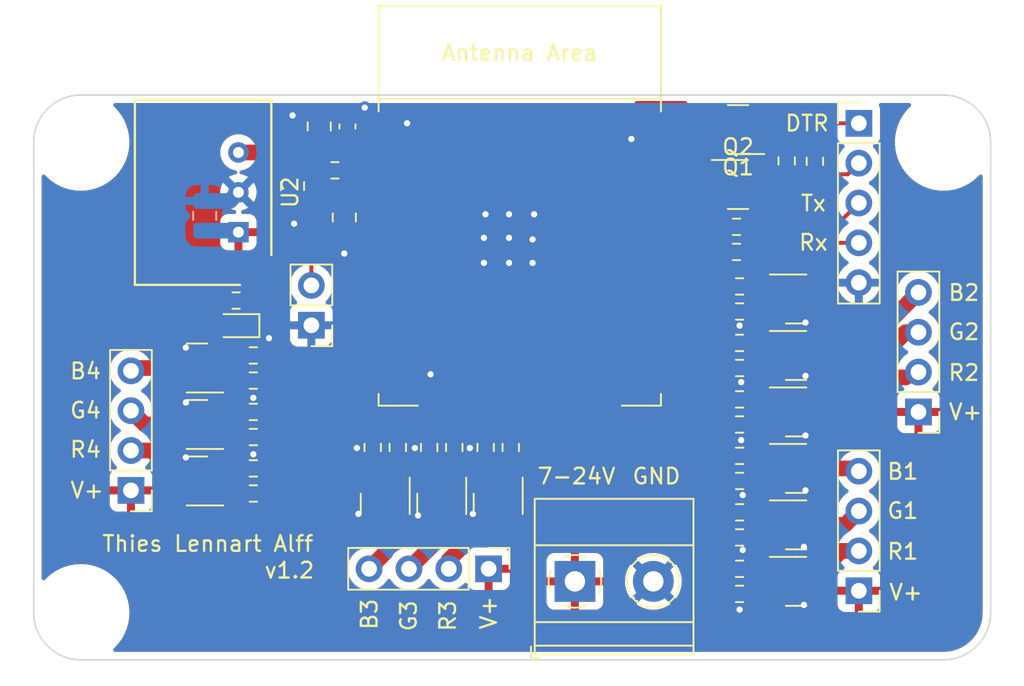
<source format=kicad_pcb>
(kicad_pcb (version 20211014) (generator pcbnew)

  (general
    (thickness 1.6)
  )

  (paper "A4")
  (layers
    (0 "F.Cu" signal)
    (31 "B.Cu" signal)
    (32 "B.Adhes" user "B.Adhesive")
    (33 "F.Adhes" user "F.Adhesive")
    (34 "B.Paste" user)
    (35 "F.Paste" user)
    (36 "B.SilkS" user "B.Silkscreen")
    (37 "F.SilkS" user "F.Silkscreen")
    (38 "B.Mask" user)
    (39 "F.Mask" user)
    (40 "Dwgs.User" user "User.Drawings")
    (41 "Cmts.User" user "User.Comments")
    (42 "Eco1.User" user "User.Eco1")
    (43 "Eco2.User" user "User.Eco2")
    (44 "Edge.Cuts" user)
    (45 "Margin" user)
    (46 "B.CrtYd" user "B.Courtyard")
    (47 "F.CrtYd" user "F.Courtyard")
    (48 "B.Fab" user)
    (49 "F.Fab" user)
    (50 "User.1" user)
    (51 "User.2" user)
    (52 "User.3" user)
    (53 "User.4" user)
    (54 "User.5" user)
    (55 "User.6" user)
    (56 "User.7" user)
    (57 "User.8" user)
    (58 "User.9" user)
  )

  (setup
    (stackup
      (layer "F.SilkS" (type "Top Silk Screen"))
      (layer "F.Paste" (type "Top Solder Paste"))
      (layer "F.Mask" (type "Top Solder Mask") (thickness 0.01))
      (layer "F.Cu" (type "copper") (thickness 0.035))
      (layer "dielectric 1" (type "core") (thickness 1.51) (material "FR4") (epsilon_r 4.5) (loss_tangent 0.02))
      (layer "B.Cu" (type "copper") (thickness 0.035))
      (layer "B.Mask" (type "Bottom Solder Mask") (thickness 0.01))
      (layer "B.Paste" (type "Bottom Solder Paste"))
      (layer "B.SilkS" (type "Bottom Silk Screen"))
      (copper_finish "None")
      (dielectric_constraints no)
    )
    (pad_to_mask_clearance 0)
    (pcbplotparams
      (layerselection 0x00010fc_ffffffff)
      (disableapertmacros false)
      (usegerberextensions false)
      (usegerberattributes true)
      (usegerberadvancedattributes true)
      (creategerberjobfile true)
      (svguseinch false)
      (svgprecision 6)
      (excludeedgelayer true)
      (plotframeref false)
      (viasonmask false)
      (mode 1)
      (useauxorigin false)
      (hpglpennumber 1)
      (hpglpenspeed 20)
      (hpglpendiameter 15.000000)
      (dxfpolygonmode true)
      (dxfimperialunits true)
      (dxfusepcbnewfont true)
      (psnegative false)
      (psa4output false)
      (plotreference true)
      (plotvalue true)
      (plotinvisibletext false)
      (sketchpadsonfab false)
      (subtractmaskfromsilk false)
      (outputformat 1)
      (mirror false)
      (drillshape 1)
      (scaleselection 1)
      (outputdirectory "")
    )
  )

  (net 0 "")
  (net 1 "GND")
  (net 2 "+24V")
  (net 3 "+3V3")
  (net 4 "Net-(D1-Pad2)")
  (net 5 "Net-(J2-Pad3)")
  (net 6 "/DTR")
  (net 7 "/RTS")
  (net 8 "/RGB_2/pwm_nfet_1/SWITCHED_GND")
  (net 9 "/RGB_2/pwm_nfet_2/SWITCHED_GND")
  (net 10 "/RGB_2/pwm_nfet_3/SWITCHED_GND")
  (net 11 "/RGB_3/pwm_nfet_1/SWITCHED_GND")
  (net 12 "/RGB_3/pwm_nfet_2/SWITCHED_GND")
  (net 13 "/RGB_3/pwm_nfet_3/SWITCHED_GND")
  (net 14 "/RGB_1/pwm_nfet_1/SWITCHED_GND")
  (net 15 "/RGB_1/pwm_nfet_2/SWITCHED_GND")
  (net 16 "/RGB_1/pwm_nfet_3/SWITCHED_GND")
  (net 17 "/RGB_4/pwm_nfet_1/SWITCHED_GND")
  (net 18 "/RGB_4/pwm_nfet_2/SWITCHED_GND")
  (net 19 "/RGB_4/pwm_nfet_3/SWITCHED_GND")
  (net 20 "Net-(R5-Pad2)")
  (net 21 "/EN")
  (net 22 "Net-(R6-Pad2)")
  (net 23 "/BOOT_MODE")
  (net 24 "Net-(Q3-Pad1)")
  (net 25 "Net-(Q4-Pad1)")
  (net 26 "Net-(Q5-Pad1)")
  (net 27 "Net-(Q6-Pad1)")
  (net 28 "Net-(Q7-Pad1)")
  (net 29 "Net-(Q8-Pad1)")
  (net 30 "Net-(Q9-Pad1)")
  (net 31 "Net-(Q10-Pad1)")
  (net 32 "Net-(Q11-Pad1)")
  (net 33 "Net-(Q12-Pad1)")
  (net 34 "Net-(Q13-Pad1)")
  (net 35 "Net-(Q14-Pad1)")
  (net 36 "/TX_MC")
  (net 37 "/RX_MC")
  (net 38 "/RED_1_SIGNAL")
  (net 39 "/BLUE_1_SIGNAL")
  (net 40 "/RED_2_SIGNAL")
  (net 41 "/BLUE_2_SIGNAL")
  (net 42 "/GREEN_2_SIGNAL")
  (net 43 "/RED_3_SIGNAL")
  (net 44 "/BLUE_3_SIGNAL")
  (net 45 "/GREEN_3_SIGNAL")
  (net 46 "/RED_4_SIGNAL")
  (net 47 "/BLUE_4_SIGNAL")
  (net 48 "/GREEN_1_SIGNAL")
  (net 49 "/GREEN_4_SIGNAL")
  (net 50 "unconnected-(U1-Pad9)")
  (net 51 "unconnected-(U1-Pad8)")
  (net 52 "unconnected-(U1-Pad7)")
  (net 53 "unconnected-(U1-Pad6)")
  (net 54 "unconnected-(U1-Pad5)")
  (net 55 "unconnected-(U1-Pad4)")
  (net 56 "unconnected-(U1-Pad17)")
  (net 57 "unconnected-(U1-Pad18)")
  (net 58 "unconnected-(U1-Pad19)")
  (net 59 "unconnected-(U1-Pad20)")
  (net 60 "unconnected-(U1-Pad21)")
  (net 61 "unconnected-(U1-Pad22)")
  (net 62 "unconnected-(U1-Pad23)")
  (net 63 "unconnected-(U1-Pad24)")
  (net 64 "unconnected-(U1-Pad32)")
  (net 65 "unconnected-(U1-Pad33)")
  (net 66 "unconnected-(U1-Pad36)")
  (net 67 "unconnected-(U1-Pad37)")
  (net 68 "Net-(J2-Pad4)")

  (footprint "Resistor_SMD:R_0603_1608Metric" (layer "F.Cu") (at 107.81 100.4625 -90))

  (footprint "Resistor_SMD:R_0603_1608Metric" (layer "F.Cu") (at 95 101.8))

  (footprint "Package_TO_SOT_SMD:SOT-23" (layer "F.Cu") (at 125.9 83.7))

  (footprint "custom:MountingHole_3.2mm_M3_ISO7380" (layer "F.Cu") (at 139 81))

  (footprint "Resistor_SMD:R_0603_1608Metric" (layer "F.Cu") (at 104.21 100.4625 -90))

  (footprint "LED_SMD:LED_0603_1608Metric" (layer "F.Cu") (at 93.9 92.7 180))

  (footprint "Espressif:ESP32-WROOM-32E" (layer "F.Cu") (at 111.985 86.8))

  (footprint "custom:MountingHole_3.2mm_M3_ISO7380" (layer "F.Cu") (at 84 111))

  (footprint "Connector_PinHeader_2.54mm:PinHeader_1x04_P2.54mm_Vertical" (layer "F.Cu") (at 110 108.2 -90))

  (footprint "Package_TO_SOT_SMD:SOT-23" (layer "F.Cu") (at 125.9 80.2 180))

  (footprint "Resistor_SMD:R_0603_1608Metric" (layer "F.Cu") (at 126 101))

  (footprint "Resistor_SMD:R_0603_1608Metric" (layer "F.Cu") (at 126 97.4))

  (footprint "Resistor_SMD:R_0603_1608Metric" (layer "F.Cu") (at 93.9 91.1))

  (footprint "Connector_PinHeader_2.54mm:PinHeader_1x02_P2.54mm_Vertical" (layer "F.Cu") (at 98.7 92.675 180))

  (footprint "Connector_PinHeader_2.54mm:PinHeader_1x04_P2.54mm_Vertical" (layer "F.Cu") (at 133.6 109.6 180))

  (footprint "Connector_PinHeader_2.54mm:PinHeader_1x04_P2.54mm_Vertical" (layer "F.Cu") (at 137.4 98.2 180))

  (footprint "Resistor_SMD:R_0603_1608Metric" (layer "F.Cu") (at 130.8 82.225 90))

  (footprint "TerminalBlock_Phoenix:TerminalBlock_Phoenix_MKDS-1,5-2_1x02_P5.00mm_Horizontal" (layer "F.Cu") (at 115.5 109))

  (footprint "Connector_PinHeader_2.54mm:PinHeader_1x05_P2.54mm_Vertical" (layer "F.Cu") (at 133.6 79.8))

  (footprint "Package_TO_SOT_SMD:SOT-23" (layer "F.Cu") (at 129.6 91))

  (footprint "Package_TO_SOT_SMD:SOT-23" (layer "F.Cu") (at 91.4 102.6 180))

  (footprint "Resistor_SMD:R_0603_1608Metric" (layer "F.Cu") (at 95 94.6))

  (footprint "Resistor_SMD:R_0603_1608Metric" (layer "F.Cu") (at 126 106.2 180))

  (footprint "Resistor_SMD:R_0603_1608Metric" (layer "F.Cu") (at 95 99.8 180))

  (footprint "Package_SIP:SIP3_11.6x8.5mm" (layer "F.Cu") (at 94.05 86.74 90))

  (footprint "Resistor_SMD:R_0603_1608Metric" (layer "F.Cu") (at 126 108.2))

  (footprint "Resistor_SMD:R_0603_1608Metric" (layer "F.Cu") (at 106.21 100.4625 90))

  (footprint "Resistor_SMD:R_0603_1608Metric" (layer "F.Cu") (at 126 104.6))

  (footprint "Resistor_SMD:R_0603_1608Metric" (layer "F.Cu") (at 100.2 82.8))

  (footprint "Package_TO_SOT_SMD:SOT-23" (layer "F.Cu") (at 91.4 99 180))

  (footprint "Package_TO_SOT_SMD:SOT-23" (layer "F.Cu") (at 129.6 101.8))

  (footprint "Package_TO_SOT_SMD:SOT-23" (layer "F.Cu") (at 129.6 109))

  (footprint "Resistor_SMD:R_0603_1608Metric" (layer "F.Cu") (at 102.61 100.4625 90))

  (footprint "custom:MountingHole_3.2mm_M3_ISO7380" (layer "F.Cu") (at 84 81))

  (footprint "Capacitor_SMD:C_0805_2012Metric" (layer "F.Cu") (at 99.2 80 90))

  (footprint "Connector_PinHeader_2.54mm:PinHeader_1x04_P2.54mm_Vertical" (layer "F.Cu") (at 87.2 103.2 180))

  (footprint "Package_TO_SOT_SMD:SOT-23" (layer "F.Cu") (at 107.01 104.0625 -90))

  (footprint "Resistor_SMD:R_0603_1608Metric" (layer "F.Cu") (at 95 98.2))

  (footprint "Resistor_SMD:R_0603_1608Metric" (layer "F.Cu") (at 126 95.4 180))

  (footprint "Capacitor_SMD:C_0805_2012Metric" (layer "F.Cu") (at 100.8 85.8 90))

  (footprint "Resistor_SMD:R_0603_1608Metric" (layer "F.Cu") (at 111.41 100.4625 -90))

  (footprint "Resistor_SMD:R_0603_1608Metric" (layer "F.Cu") (at 126 90.2))

  (footprint "Package_TO_SOT_SMD:SOT-23" (layer "F.Cu") (at 91.4 95.4 180))

  (footprint "Package_TO_SOT_SMD:SOT-23" (layer "F.Cu") (at 110.61 104.0625 -90))

  (footprint "Capacitor_SMD:C_0603_1608Metric" (layer "F.Cu") (at 101 80 90))

  (footprint "Package_TO_SOT_SMD:SOT-23" (layer "F.Cu") (at 103.41 104.0625 -90))

  (footprint "Resistor_SMD:R_0603_1608Metric" (layer "F.Cu") (at 125.8 88))

  (footprint "Resistor_SMD:R_0603_1608Metric" (layer "F.Cu") (at 126 102.6 180))

  (footprint "Resistor_SMD:R_0603_1608Metric" (layer "F.Cu") (at 126 109.8 180))

  (footprint "Resistor_SMD:R_0603_1608Metric" (layer "F.Cu") (at 129 82.2 -90))

  (footprint "Capacitor_SMD:C_0805_2012Metric" (layer "F.Cu") (at 97.5 83.8 -90))

  (footprint "Resistor_SMD:R_0603_1608Metric" (layer "F.Cu") (at 109.81 100.4625 90))

  (footprint "Resistor_SMD:R_0603_1608Metric" (layer "F.Cu") (at 126 91.8 180))

  (footprint "Resistor_SMD:R_0603_1608Metric" (layer "F.Cu") (at 125.8 86.4))

  (footprint "Package_TO_SOT_SMD:SOT-23" (layer "F.Cu") (at 129.6 94.6))

  (footprint "Package_TO_SOT_SMD:SOT-23" (layer "F.Cu") (at 129.6 98.2))

  (footprint "Resistor_SMD:R_0603_1608Metric" (layer "F.Cu")
    (tedit 5F68FEEE) (tstamp f6da4fcf-d99b-4c88-9339-ce2d4dc8286f)
    (at 126 93.8)
    (descr "Resistor SMD 0603 (1608 Metric), square (rectangular) end terminal, IPC_7351 nominal, (Body size source: IPC-SM-782 page 72, https://www.pcb-3d.com/wordpress/wp-content/uploads/ipc-sm-782a_amendment_1_and_2.pdf), generated with kicad-footprint-generator")
    (tags "resistor")
    (property "Sheetfile" "pwm_nfet.kicad_sch")
    (property "Sheetname" "pwm_nfet_2")
    (path "/968ce452-7503-43d4-bebd-80421bdb06f1/24fa19dd-d1ba-472c-9590-e1005d120012/e5732497-fe0a-435b-8376-728525c003f0")
    (attr smd)
    (fp_text reference "R16" (at 0 -1.43) (layer "F.SilkS") hide
      (effects (font (size 1 1) (thickness 0.15)))
      (tstamp b2745f9a-b5f9-41a2-93e8-6e8359e52d31)
    )
    (fp_text value "100R" (at 0 1.43) (layer "F.Fab")
      (effects (font (size 1 1) (thickness 0.15)))
      (tstamp 8258708d-b800-4616-b007-dbdd855e3da6)
    )
    (fp_text user "${REFERENCE}" (at 0 0) (layer "F.Fab")
      (effects (font (size 0.4 0.4) (thickness 0.06)))
      (tstamp 24cb171f-db9d-41db-9c48-c440d31f972b)
    )
    (fp_line (start -0.237258 -0.5225) (end 0.237258 -0.5225) (layer "F.SilkS") (width 0.12) (tstamp 239d3f66-14d3-4d07-be39-8512e423a62c))
    (fp_line (start -0.237258 0.5225) (end 0.237258 0.5225) (layer "F.SilkS") (width 0.12) (tstamp 7d9ed33b-8bfa-4041-98a7-9774e07b4a2e))
    (fp_line (start 1.48 0.73) (end -1.48 0.73) (layer "F.CrtYd") (width 0.05) (tstamp 04d91e84-d88c-4501-9110-7bfa2f490ddc))
    (fp_line (start -1.48 -0.73) (end 1.48 -0.73) (layer "F.CrtYd") (width 0.05) (tstamp 3deac473-117d-43b3-a6a1-a6a841ac2752))
    (fp_line (start -1.48 0.73) (end -1.48 -0.73) (layer "F.CrtYd") (width 0.05) (tstamp a475581f-7d9a-45b2-85c4-966c7cebcf6a))
    (fp_line (start 1.48 -0.73) (end 1.48 0.73) (layer "F.CrtYd") (width 0.05) (tstamp ba042d73-e613-4805-8ac2-19ecea1d7ff8))
    (fp_line (start 0.8 -0.4125) (end 0.8 0.4125) (layer "F.Fab") (width 0.1) (tstamp 056deac2-6076-46e1-b0a0-f29ebe77d68a))
    (fp_line (start 0.8 0.4125) (end -0.8 0.4125) (layer "F.Fab") (width 0.1) (tstamp 16002be0-f5bf-4b3a-b923-b59f440cede3))
    (fp_line (start -0.8 -0.4125) (end 0.8 -0.4125) (layer "F.Fab") (width 0.1) (tstamp 710040b5-c41b-4276-9ef7-40636914e037))
    (fp_line (start -0.8 0.4125) (end -0.8 -0.4125
... [257021 chars truncated]
</source>
